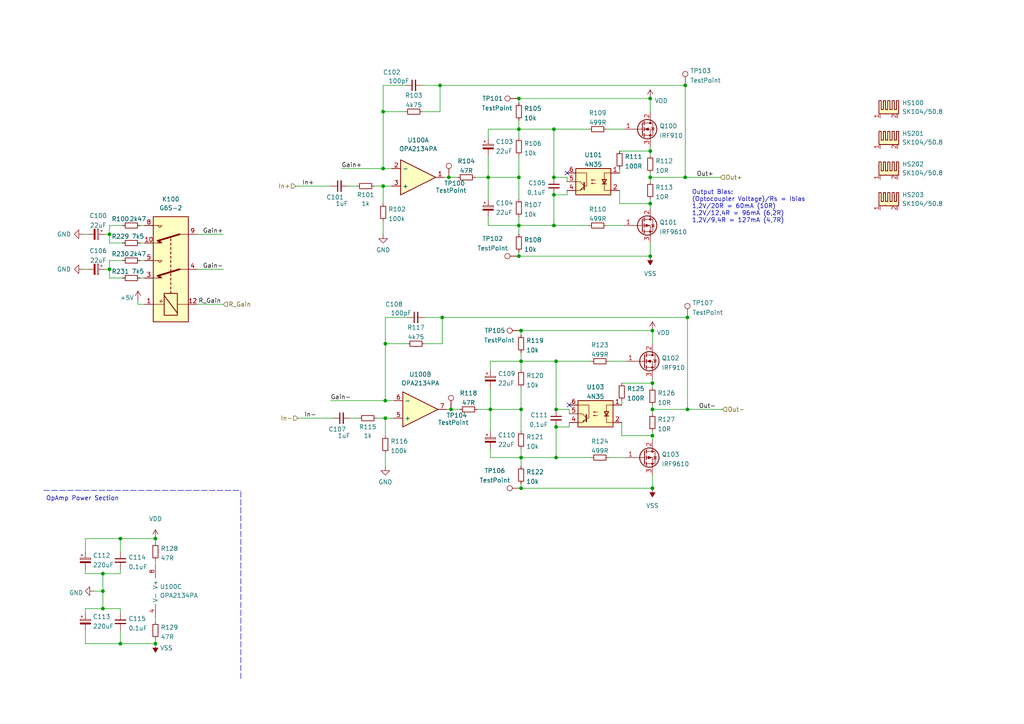
<source format=kicad_sch>
(kicad_sch (version 20211123) (generator eeschema)
  (paper "A4")
  (lib_symbols
    (symbol "Connector:TestPoint" (pin_numbers hide) (pin_names (offset 0.762) hide)
      (property "Reference" "TP" (at 0 6.858 0))
      (property "Value" "TestPoint" (at 0 5.08 0))
      (symbol "TestPoint_0_1"
        (circle (center 0 3.302) (radius 0.762))
      )
      (symbol "TestPoint_1_1"
        (pin passive line (at 0 0 90) (length 2.54) (name "1") (number "1"))
      )
    )
    (symbol "Device:C_Polarized_Small" (pin_numbers hide) (pin_names (offset 0.254) hide)
      (property "Reference" "C" (at 0.254 1.778 0))
      (property "Value" "C_Polarized_Small" (at 0.254 -2.032 0))
      (symbol "C_Polarized_Small_0_1"
        (rectangle (start -1.524 -0.3048) (end 1.524 -0.6858) (fill (type outline)))
        (rectangle (start -1.524 0.6858) (end 1.524 0.3048))
        (polyline (pts (xy -1.27 1.524) (xy -0.762 1.524)))
        (polyline (pts (xy -1.016 1.27) (xy -1.016 1.778)))
      )
      (symbol "C_Polarized_Small_1_1"
        (pin passive line (at 0 2.54 270) (length 1.8542) (name "~") (number "1"))
        (pin passive line (at 0 -2.54 90) (length 1.8542) (name "~") (number "2"))
      )
    )
    (symbol "Device:C_Small" (pin_numbers hide) (pin_names (offset 0.254) hide)
      (property "Reference" "C" (at 0.254 1.778 0))
      (property "Value" "C_Small" (at 0.254 -2.032 0))
      (symbol "C_Small_0_1"
        (polyline (pts (xy -1.524 -0.508) (xy 1.524 -0.508)) (stroke (width 0.3302)))
        (polyline (pts (xy -1.524 0.508) (xy 1.524 0.508)) (stroke (width 0.3048)))
      )
      (symbol "C_Small_1_1"
        (pin passive line (at 0 2.54 270) (length 2.032) (name "~") (number "1"))
        (pin passive line (at 0 -2.54 90) (length 2.032) (name "~") (number "2"))
      )
    )
    (symbol "Device:Opamp_Dual"
      (property "Reference" "U" (at 0 5.08 0))
      (property "Value" "Opamp_Dual" (at 0 -5.08 0))
      (symbol "Opamp_Dual_1_1"
        (polyline (pts (xy -5.08 5.08) (xy 5.08 0) (xy -5.08 -5.08) (xy -5.08 5.08)) (stroke (width 0.254)) (fill (type background)))
        (pin output line (at 7.62 0 180) (length 2.54) (name "~") (number "1"))
        (pin input line (at -7.62 -2.54 0) (length 2.54) (name "-") (number "2"))
        (pin input line (at -7.62 2.54 0) (length 2.54) (name "+") (number "3"))
      )
      (symbol "Opamp_Dual_2_1"
        (polyline (pts (xy -5.08 5.08) (xy 5.08 0) (xy -5.08 -5.08) (xy -5.08 5.08)) (stroke (width 0.254)) (fill (type background)))
        (pin input line (at -7.62 2.54 0) (length 2.54) (name "+") (number "5"))
        (pin input line (at -7.62 -2.54 0) (length 2.54) (name "-") (number "6"))
        (pin output line (at 7.62 0 180) (length 2.54) (name "~") (number "7"))
      )
      (symbol "Opamp_Dual_3_1"
        (pin power_in line (at -2.54 -7.62 90) (length 3.81) (name "V-") (number "4"))
        (pin power_in line (at -2.54 7.62 270) (length 3.81) (name "V+") (number "8"))
      )
    )
    (symbol "Device:Q_NMOS_GDS" (pin_names (offset 0) hide)
      (property "Reference" "Q" (at 5.08 1.27 0))
      (property "Value" "Q_NMOS_GDS" (at 5.08 -1.27 0))
      (symbol "Q_NMOS_GDS_0_1"
        (polyline (pts (xy 0.254 0) (xy -2.54 0)))
        (polyline (pts (xy 0.254 1.905) (xy 0.254 -1.905)) (stroke (width 0.254)))
        (polyline (pts (xy 0.762 -1.27) (xy 0.762 -2.286)) (stroke (width 0.254)))
        (polyline (pts (xy 0.762 0.508) (xy 0.762 -0.508)) (stroke (width 0.254)))
        (polyline (pts (xy 0.762 2.286) (xy 0.762 1.27)) (stroke (width 0.254)))
        (polyline (pts (xy 2.54 2.54) (xy 2.54 1.778)))
        (polyline (pts (xy 2.54 -2.54) (xy 2.54 0) (xy 0.762 0)))
        (polyline (pts (xy 0.762 -1.778) (xy 3.302 -1.778) (xy 3.302 1.778) (xy 0.762 1.778)))
        (polyline (pts (xy 1.016 0) (xy 2.032 0.381) (xy 2.032 -0.381) (xy 1.016 0)) (fill (type outline)))
        (polyline (pts (xy 2.794 0.508) (xy 2.921 0.381) (xy 3.683 0.381) (xy 3.81 0.254)))
        (polyline (pts (xy 3.302 0.381) (xy 2.921 -0.254) (xy 3.683 -0.254) (xy 3.302 0.381)))
        (circle (center 1.651 0) (radius 2.794) (stroke (width 0.254)))
        (circle (center 2.54 -1.778) (radius 0.254) (fill (type outline)))
        (circle (center 2.54 1.778) (radius 0.254) (fill (type outline)))
      )
      (symbol "Q_NMOS_GDS_1_1"
        (pin input line (at -5.08 0 0) (length 2.54) (name "G") (number "1"))
        (pin passive line (at 2.54 5.08 270) (length 2.54) (name "D") (number "2"))
        (pin passive line (at 2.54 -5.08 90) (length 2.54) (name "S") (number "3"))
      )
    )
    (symbol "Device:Q_PMOS_GDS" (pin_names (offset 0) hide)
      (property "Reference" "Q" (at 5.08 1.27 0))
      (property "Value" "Q_PMOS_GDS" (at 5.08 -1.27 0))
      (symbol "Q_PMOS_GDS_0_1"
        (polyline (pts (xy 0.254 0) (xy -2.54 0)))
        (polyline (pts (xy 0.254 1.905) (xy 0.254 -1.905)) (stroke (width 0.254)))
        (polyline (pts (xy 0.762 -1.27) (xy 0.762 -2.286)) (stroke (width 0.254)))
        (polyline (pts (xy 0.762 0.508) (xy 0.762 -0.508)) (stroke (width 0.254)))
        (polyline (pts (xy 0.762 2.286) (xy 0.762 1.27)) (stroke (width 0.254)))
        (polyline (pts (xy 2.54 2.54) (xy 2.54 1.778)))
        (polyline (pts (xy 2.54 -2.54) (xy 2.54 0) (xy 0.762 0)))
        (polyline (pts (xy 0.762 1.778) (xy 3.302 1.778) (xy 3.302 -1.778) (xy 0.762 -1.778)))
        (polyline (pts (xy 2.286 0) (xy 1.27 0.381) (xy 1.27 -0.381) (xy 2.286 0)) (fill (type outline)))
        (polyline (pts (xy 2.794 -0.508) (xy 2.921 -0.381) (xy 3.683 -0.381) (xy 3.81 -0.254)))
        (polyline (pts (xy 3.302 -0.381) (xy 2.921 0.254) (xy 3.683 0.254) (xy 3.302 -0.381)))
        (circle (center 1.651 0) (radius 2.794) (stroke (width 0.254)))
        (circle (center 2.54 -1.778) (radius 0.254) (fill (type outline)))
        (circle (center 2.54 1.778) (radius 0.254) (fill (type outline)))
      )
      (symbol "Q_PMOS_GDS_1_1"
        (pin input line (at -5.08 0 0) (length 2.54) (name "G") (number "1"))
        (pin passive line (at 2.54 5.08 270) (length 2.54) (name "D") (number "2"))
        (pin passive line (at 2.54 -5.08 90) (length 2.54) (name "S") (number "3"))
      )
    )
    (symbol "Device:R_Small" (pin_numbers hide) (pin_names (offset 0.254) hide)
      (property "Reference" "R" (at 0.762 0.508 0))
      (property "Value" "R_Small" (at 0.762 -1.016 0))
      (symbol "R_Small_0_1"
        (rectangle (start -0.762 1.778) (end 0.762 -1.778) (stroke (width 0.2032)))
      )
      (symbol "R_Small_1_1"
        (pin passive line (at 0 2.54 270) (length 0.762) (name "~") (number "1"))
        (pin passive line (at 0 -2.54 90) (length 0.762) (name "~") (number "2"))
      )
    )
    (symbol "Isolator:4N35" (pin_names (offset 1.016))
      (property "Reference" "U" (at -5.08 5.08 0))
      (property "Value" "4N35" (at 0 5.08 0))
      (symbol "4N35_0_1"
        (rectangle (start -5.08 3.81) (end 5.08 -3.81) (stroke (width 0.254)) (fill (type background)))
        (polyline (pts (xy -3.81 -0.635) (xy -2.54 -0.635)) (stroke (width 0.254)))
        (polyline (pts (xy 2.667 -1.397) (xy 3.81 -2.54)))
        (polyline (pts (xy 2.667 -1.143) (xy 3.81 0)))
        (polyline (pts (xy 3.81 -2.54) (xy 5.08 -2.54)))
        (polyline (pts (xy 3.81 0) (xy 5.08 0)))
        (polyline (pts (xy 2.667 -0.254) (xy 2.667 -2.286) (xy 2.667 -2.286)) (stroke (width 0.3556)))
        (polyline (pts (xy -5.08 -2.54) (xy -3.175 -2.54) (xy -3.175 2.54) (xy -5.08 2.54)))
        (polyline (pts (xy -3.175 -0.635) (xy -3.81 0.635) (xy -2.54 0.635) (xy -3.175 -0.635)) (stroke (width 0.254)))
        (polyline (pts (xy 3.683 -2.413) (xy 3.429 -1.905) (xy 3.175 -2.159) (xy 3.683 -2.413)))
        (polyline (pts (xy 5.08 2.54) (xy 1.905 2.54) (xy 1.905 -1.27) (xy 2.54 -1.27)))
        (polyline (pts (xy -0.635 -0.508) (xy 0.635 -0.508) (xy 0.254 -0.635) (xy 0.254 -0.381) (xy 0.635 -0.508)))
        (polyline (pts (xy -0.635 0.508) (xy 0.635 0.508) (xy 0.254 0.381) (xy 0.254 0.635) (xy 0.635 0.508)))
      )
      (symbol "4N35_1_1"
        (pin passive line (at -7.62 2.54 0) (length 2.54) (name "~") (number "1"))
        (pin passive line (at -7.62 -2.54 0) (length 2.54) (name "~") (number "2"))
        (pin no_connect line (at -5.08 0 0) (length 2.54) hide (name "NC") (number "3"))
        (pin passive line (at 7.62 -2.54 180) (length 2.54) (name "~") (number "4"))
        (pin passive line (at 7.62 0 180) (length 2.54) (name "~") (number "5"))
        (pin passive line (at 7.62 2.54 180) (length 2.54) (name "~") (number "6"))
      )
    )
    (symbol "Mechanical:Heatsink_Pad_2Pin" (pin_names (offset 0))
      (property "Reference" "HS" (at 0 5.715 0))
      (property "Value" "Heatsink_Pad_2Pin" (at 0 3.81 0))
      (symbol "Heatsink_Pad_2Pin_0_1"
        (polyline (pts (xy -0.3302 0) (xy -0.9652 0) (xy -0.9652 2.54) (xy -1.6002 2.54) (xy -1.6002 0) (xy -2.2352 0) (xy -2.2352 2.54) (xy -2.8702 2.54) (xy -2.8702 -1.27) (xy -0.9652 -1.27)) (stroke (width 0.254)) (fill (type background)))
        (polyline (pts (xy -0.3302 0) (xy -0.3302 2.54) (xy 0.3048 2.54) (xy 0.3048 0) (xy 0.9398 0) (xy 0.9398 2.54) (xy 1.5748 2.54) (xy 1.5748 0) (xy 2.2098 0) (xy 2.2098 2.54) (xy 2.8448 2.54) (xy 2.8448 -1.27) (xy -0.9652 -1.27)) (stroke (width 0.254)) (fill (type background)))
      )
      (symbol "Heatsink_Pad_2Pin_1_1"
        (pin passive line (at -2.54 -2.54 90) (length 1.27) (name "~") (number "1"))
        (pin passive line (at 2.54 -2.54 90) (length 1.27) (name "~") (number "2"))
      )
    )
    (symbol "Relay:G6S-2"
      (property "Reference" "K" (at 16.51 3.81 0))
      (property "Value" "G6S-2" (at 16.51 1.27 0))
      (symbol "G6S-2_0_0"
        (text "+" (at -9.271 2.921 0) (effects (font (size 1.27 1.27))))
      )
      (symbol "G6S-2_0_1"
        (rectangle (start -15.24 5.08) (end 15.24 -5.08) (stroke (width 0.254)) (fill (type background)))
        (rectangle (start -13.335 1.905) (end -6.985 -1.905) (stroke (width 0.254)))
        (polyline (pts (xy -12.7 -1.905) (xy -7.62 1.905)) (stroke (width 0.254)))
        (polyline (pts (xy -10.16 -5.08) (xy -10.16 -1.905)))
        (polyline (pts (xy -10.16 5.08) (xy -10.16 1.905)))
        (polyline (pts (xy -6.985 0) (xy -6.35 0)) (stroke (width 0.254)))
        (polyline (pts (xy -5.715 0) (xy -5.08 0)) (stroke (width 0.254)))
        (polyline (pts (xy -4.445 0) (xy -3.81 0)) (stroke (width 0.254)))
        (polyline (pts (xy -3.175 0) (xy -2.54 0)) (stroke (width 0.254)))
        (polyline (pts (xy -1.905 0) (xy -1.27 0)) (stroke (width 0.254)))
        (polyline (pts (xy -0.635 0) (xy 0 0)) (stroke (width 0.254)))
        (polyline (pts (xy 0 -2.54) (xy -1.905 3.81)) (stroke (width 0.508)))
        (polyline (pts (xy 0 -2.54) (xy 0 -5.08)))
        (polyline (pts (xy 0.635 0) (xy 1.27 0)) (stroke (width 0.254)))
        (polyline (pts (xy 1.905 0) (xy 2.54 0)) (stroke (width 0.254)))
        (polyline (pts (xy 3.175 0) (xy 3.81 0)) (stroke (width 0.254)))
        (polyline (pts (xy 4.445 0) (xy 5.08 0)) (stroke (width 0.254)))
        (polyline (pts (xy 5.715 0) (xy 6.35 0)) (stroke (width 0.254)))
        (polyline (pts (xy 6.985 0) (xy 7.62 0)) (stroke (width 0.254)))
        (polyline (pts (xy 8.255 0) (xy 8.89 0)) (stroke (width 0.254)))
        (polyline (pts (xy 10.16 -2.54) (xy 8.255 3.81)) (stroke (width 0.508)))
        (polyline (pts (xy 10.16 -2.54) (xy 10.16 -5.08)))
        (polyline (pts (xy -2.54 5.08) (xy -2.54 2.54) (xy -1.905 3.175) (xy -2.54 3.81)) (fill (type outline)))
        (polyline (pts (xy 2.54 5.08) (xy 2.54 2.54) (xy 1.905 3.175) (xy 2.54 3.81)))
        (polyline (pts (xy 7.62 5.08) (xy 7.62 2.54) (xy 8.255 3.175) (xy 7.62 3.81)) (fill (type outline)))
        (polyline (pts (xy 12.7 5.08) (xy 12.7 2.54) (xy 12.065 3.175) (xy 12.7 3.81)))
      )
      (symbol "G6S-2_1_1"
        (pin passive line (at -10.16 7.62 270) (length 2.54) (name "~") (number "1"))
        (pin passive line (at 7.62 7.62 270) (length 2.54) (name "~") (number "10"))
        (pin passive line (at -10.16 -7.62 90) (length 2.54) (name "~") (number "12"))
        (pin passive line (at -2.54 7.62 270) (length 2.54) (name "~") (number "3"))
        (pin passive line (at 0 -7.62 90) (length 2.54) (name "~") (number "4"))
        (pin passive line (at 2.54 7.62 270) (length 2.54) (name "~") (number "5"))
        (pin passive line (at 12.7 7.62 270) (length 2.54) (name "~") (number "8"))
        (pin passive line (at 10.16 -7.62 90) (length 2.54) (name "~") (number "9"))
      )
    )
    (symbol "power:+5V" (power) (pin_names (offset 0))
      (property "Value" "+5V" (at 0 3.556 0))
      (symbol "+5V_0_1"
        (polyline (pts (xy -0.762 1.27) (xy 0 2.54)))
        (polyline (pts (xy 0 0) (xy 0 2.54)))
        (polyline (pts (xy 0 2.54) (xy 0.762 1.27)))
      )
      (symbol "+5V_1_1"
        (pin power_in line (at 0 0 90) (length 0) hide (name "+5V") (number "1"))
      )
    )
    (symbol "power:GND" (power) (pin_names (offset 0))
      (property "Value" "GND" (at 0 -3.81 0))
      (symbol "GND_0_1"
        (polyline (pts (xy 0 0) (xy 0 -1.27) (xy 1.27 -1.27) (xy 0 -2.54) (xy -1.27 -1.27) (xy 0 -1.27)))
      )
      (symbol "GND_1_1"
        (pin power_in line (at 0 0 270) (length 0) hide (name "GND") (number "1"))
      )
    )
    (symbol "power:VDD" (power) (pin_names (offset 0))
      (property "Value" "VDD" (at 0 3.81 0))
      (symbol "VDD_0_1"
        (polyline (pts (xy -0.762 1.27) (xy 0 2.54)))
        (polyline (pts (xy 0 0) (xy 0 2.54)))
        (polyline (pts (xy 0 2.54) (xy 0.762 1.27)))
      )
      (symbol "VDD_1_1"
        (pin power_in line (at 0 0 90) (length 0) hide (name "VDD") (number "1"))
      )
    )
    (symbol "power:VSS" (power) (pin_names (offset 0))
      (property "Value" "VSS" (at 0 3.81 0))
      (symbol "VSS_0_1"
        (polyline (pts (xy 0 0) (xy 0 2.54)))
        (polyline (pts (xy 0.762 1.27) (xy -0.762 1.27) (xy 0 2.54) (xy 0.762 1.27)) (fill (type outline)))
      )
      (symbol "VSS_1_1"
        (pin power_in line (at 0 0 90) (length 0) hide (name "VSS") (number "1"))
      )
    )
  )
  (junction (at 127.635 24.765))
  (junction (at 29.845 171.45))
  (junction (at 161.29 118.745))
  (junction (at 189.23 141.605))
  (junction (at 160.655 65.405))
  (junction (at 150.495 28.575))
  (junction (at 130.175 51.435))
  (junction (at 111.76 121.285))
  (junction (at 111.125 32.385))
  (junction (at 151.13 141.605))
  (junction (at 45.085 156.21))
  (junction (at 150.495 65.405))
  (junction (at 34.925 156.21))
  (junction (at 161.29 123.825))
  (junction (at 111.125 53.975))
  (junction (at 31.75 67.945))
  (junction (at 29.845 176.53))
  (junction (at 150.495 51.435))
  (junction (at 151.13 104.775))
  (junction (at 142.24 118.745))
  (junction (at 31.75 78.105))
  (junction (at 188.595 51.435))
  (junction (at 161.29 132.715))
  (junction (at 29.845 166.37))
  (junction (at 188.595 59.055))
  (junction (at 151.13 132.715))
  (junction (at 34.925 186.69))
  (junction (at 189.23 118.745))
  (junction (at 151.13 118.745))
  (junction (at 111.76 116.205))
  (junction (at 128.27 92.075))
  (junction (at 45.085 186.69))
  (junction (at 198.755 24.765))
  (junction (at 160.655 51.435))
  (junction (at 199.39 92.075))
  (junction (at 198.755 51.435))
  (junction (at 188.595 28.575))
  (junction (at 199.39 118.745))
  (junction (at 160.655 56.515))
  (junction (at 150.495 74.295))
  (junction (at 189.23 126.365))
  (junction (at 130.81 118.745))
  (junction (at 151.13 95.885))
  (junction (at 188.595 74.295))
  (junction (at 111.76 99.695))
  (junction (at 150.495 37.465))
  (junction (at 189.23 95.885))
  (junction (at 188.595 43.815))
  (junction (at 160.655 37.465))
  (junction (at 111.125 48.895))
  (junction (at 141.605 51.435))
  (junction (at 161.29 104.775))
  (junction (at 189.23 111.125))
  (no_connect (at 164.465 50.165))
  (no_connect (at 165.1 117.475))
  (wire (pts (xy 31.75 80.645) (xy 31.75 78.105)))
  (wire (pts (xy 31.75 65.405) (xy 31.75 67.945)))
  (wire (pts (xy 160.655 37.465) (xy 170.815 37.465)))
  (wire (pts (xy 122.555 32.385) (xy 127.635 32.385)))
  (wire (pts (xy 160.655 51.435) (xy 160.655 37.465)))
  (wire (pts (xy 24.765 186.69) (xy 24.765 182.88)))
  (wire (pts (xy 111.125 53.975) (xy 111.125 59.055)))
  (wire (pts (xy 128.27 99.695) (xy 128.27 92.075)))
  (wire (pts (xy 45.085 180.34) (xy 45.085 179.07)))
  (wire (pts (xy 165.1 123.825) (xy 165.1 122.555)))
  (wire (pts (xy 160.655 56.515) (xy 164.465 56.515)))
  (wire (pts (xy 151.13 135.255) (xy 151.13 132.715)))
  (wire (pts (xy 123.19 92.075) (xy 128.27 92.075)))
  (wire (pts (xy 41.91 65.405) (xy 40.64 65.405)))
  (wire (pts (xy 31.75 75.565) (xy 31.75 78.105)))
  (wire (pts (xy 175.895 37.465) (xy 180.975 37.465)))
  (wire (pts (xy 108.585 53.975) (xy 111.125 53.975)))
  (wire (pts (xy 151.13 104.775) (xy 142.24 104.775)))
  (wire (pts (xy 141.605 51.435) (xy 141.605 57.785)))
  (wire (pts (xy 137.795 51.435) (xy 141.605 51.435)))
  (wire (pts (xy 95.885 116.205) (xy 111.76 116.205)))
  (wire (pts (xy 150.495 29.845) (xy 150.495 28.575)))
  (wire (pts (xy 111.76 92.075) (xy 111.76 99.695)))
  (wire (pts (xy 180.34 122.555) (xy 180.34 126.365)))
  (wire (pts (xy 161.29 123.825) (xy 161.29 132.715)))
  (wire (pts (xy 161.29 123.825) (xy 165.1 123.825)))
  (wire (pts (xy 45.085 157.48) (xy 45.085 156.21)))
  (wire (pts (xy 34.925 186.69) (xy 24.765 186.69)))
  (wire (pts (xy 150.495 65.405) (xy 150.495 62.865)))
  (wire (pts (xy 165.1 118.745) (xy 161.29 118.745)))
  (wire (pts (xy 35.56 80.645) (xy 31.75 80.645)))
  (wire (pts (xy 151.13 97.155) (xy 151.13 95.885)))
  (wire (pts (xy 128.27 92.075) (xy 199.39 92.075)))
  (wire (pts (xy 142.24 132.715) (xy 142.24 130.175)))
  (wire (pts (xy 150.495 37.465) (xy 160.655 37.465)))
  (wire (pts (xy 180.34 111.125) (xy 189.23 111.125)))
  (wire (pts (xy 24.765 177.8) (xy 24.765 176.53)))
  (wire (pts (xy 111.125 48.895) (xy 113.665 48.895)))
  (wire (pts (xy 198.755 51.435) (xy 198.755 24.765)))
  (wire (pts (xy 138.43 118.745) (xy 142.24 118.745)))
  (wire (pts (xy 29.845 176.53) (xy 34.925 176.53)))
  (wire (pts (xy 151.13 132.715) (xy 142.24 132.715)))
  (wire (pts (xy 111.125 24.765) (xy 117.475 24.765)))
  (wire (pts (xy 151.13 95.885) (xy 189.23 95.885)))
  (wire (pts (xy 111.76 121.285) (xy 111.76 126.365)))
  (wire (pts (xy 111.125 32.385) (xy 117.475 32.385)))
  (wire (pts (xy 189.23 117.475) (xy 189.23 118.745)))
  (wire (pts (xy 57.15 88.265) (xy 64.77 88.265)))
  (wire (pts (xy 123.19 99.695) (xy 128.27 99.695)))
  (wire (pts (xy 189.23 141.605) (xy 189.23 137.795)))
  (wire (pts (xy 29.845 166.37) (xy 34.925 166.37)))
  (wire (pts (xy 109.22 121.285) (xy 111.76 121.285)))
  (wire (pts (xy 150.495 51.435) (xy 150.495 45.085)))
  (wire (pts (xy 150.495 65.405) (xy 141.605 65.405)))
  (wire (pts (xy 150.495 67.945) (xy 150.495 65.405)))
  (wire (pts (xy 130.81 118.745) (xy 133.35 118.745)))
  (wire (pts (xy 127.635 32.385) (xy 127.635 24.765)))
  (wire (pts (xy 188.595 59.055) (xy 188.595 60.325)))
  (wire (pts (xy 34.925 186.69) (xy 45.085 186.69)))
  (wire (pts (xy 142.24 118.745) (xy 151.13 118.745)))
  (wire (pts (xy 24.13 67.945) (xy 25.4 67.945)))
  (polyline (pts (xy 12.7 142.24) (xy 69.85 142.24)))
  (wire (pts (xy 35.56 75.565) (xy 31.75 75.565)))
  (wire (pts (xy 175.895 65.405) (xy 180.975 65.405)))
  (wire (pts (xy 113.665 53.975) (xy 111.125 53.975)))
  (wire (pts (xy 189.23 95.885) (xy 189.23 99.695)))
  (wire (pts (xy 188.595 57.785) (xy 188.595 59.055)))
  (wire (pts (xy 151.13 132.715) (xy 161.29 132.715)))
  (wire (pts (xy 24.765 176.53) (xy 29.845 176.53)))
  (wire (pts (xy 29.845 171.45) (xy 29.845 176.53)))
  (wire (pts (xy 101.6 121.285) (xy 104.14 121.285)))
  (wire (pts (xy 151.13 104.775) (xy 161.29 104.775)))
  (wire (pts (xy 85.725 53.975) (xy 95.885 53.975)))
  (wire (pts (xy 129.54 118.745) (xy 130.81 118.745)))
  (wire (pts (xy 141.605 51.435) (xy 150.495 51.435)))
  (wire (pts (xy 188.595 50.165) (xy 188.595 51.435)))
  (wire (pts (xy 128.905 51.435) (xy 130.175 51.435)))
  (wire (pts (xy 160.655 65.405) (xy 170.815 65.405)))
  (wire (pts (xy 41.91 70.485) (xy 40.64 70.485)))
  (wire (pts (xy 179.705 59.055) (xy 188.595 59.055)))
  (wire (pts (xy 189.23 141.605) (xy 151.13 141.605)))
  (wire (pts (xy 142.24 104.775) (xy 142.24 107.315)))
  (wire (pts (xy 151.13 125.095) (xy 151.13 118.745)))
  (wire (pts (xy 34.925 176.53) (xy 34.925 177.8)))
  (wire (pts (xy 99.06 48.895) (xy 111.125 48.895)))
  (wire (pts (xy 111.76 92.075) (xy 118.11 92.075)))
  (wire (pts (xy 161.29 132.715) (xy 171.45 132.715)))
  (wire (pts (xy 180.34 117.475) (xy 180.34 116.205)))
  (wire (pts (xy 151.13 141.605) (xy 151.13 140.335)))
  (wire (pts (xy 34.925 166.37) (xy 34.925 165.1)))
  (wire (pts (xy 189.23 118.745) (xy 199.39 118.745)))
  (wire (pts (xy 179.705 50.165) (xy 179.705 48.895)))
  (wire (pts (xy 142.24 118.745) (xy 142.24 125.095)))
  (wire (pts (xy 165.1 120.015) (xy 165.1 118.745)))
  (wire (pts (xy 160.655 56.515) (xy 160.655 65.405)))
  (wire (pts (xy 188.595 51.435) (xy 198.755 51.435)))
  (wire (pts (xy 45.085 163.83) (xy 45.085 162.56)))
  (wire (pts (xy 189.23 111.125) (xy 189.23 109.855)))
  (wire (pts (xy 29.845 166.37) (xy 29.845 171.45)))
  (wire (pts (xy 127.635 24.765) (xy 198.755 24.765)))
  (wire (pts (xy 24.765 166.37) (xy 29.845 166.37)))
  (wire (pts (xy 111.76 116.205) (xy 114.3 116.205)))
  (wire (pts (xy 188.595 51.435) (xy 188.595 52.705)))
  (wire (pts (xy 179.705 43.815) (xy 188.595 43.815)))
  (wire (pts (xy 57.15 78.105) (xy 64.77 78.105)))
  (wire (pts (xy 164.465 56.515) (xy 164.465 55.245)))
  (wire (pts (xy 188.595 74.295) (xy 188.595 70.485)))
  (wire (pts (xy 114.3 121.285) (xy 111.76 121.285)))
  (wire (pts (xy 188.595 74.295) (xy 150.495 74.295)))
  (wire (pts (xy 198.755 51.435) (xy 208.915 51.435)))
  (wire (pts (xy 142.24 112.395) (xy 142.24 118.745)))
  (wire (pts (xy 189.23 118.745) (xy 189.23 120.015)))
  (wire (pts (xy 161.29 104.775) (xy 171.45 104.775)))
  (wire (pts (xy 111.76 99.695) (xy 118.11 99.695)))
  (wire (pts (xy 161.29 118.745) (xy 161.29 104.775)))
  (wire (pts (xy 180.34 126.365) (xy 189.23 126.365)))
  (wire (pts (xy 130.175 51.435) (xy 132.715 51.435)))
  (wire (pts (xy 151.13 132.715) (xy 151.13 130.175)))
  (wire (pts (xy 41.91 75.565) (xy 40.64 75.565)))
  (wire (pts (xy 199.39 118.745) (xy 209.55 118.745)))
  (wire (pts (xy 188.595 43.815) (xy 188.595 45.085)))
  (wire (pts (xy 111.125 64.135) (xy 111.125 67.945)))
  (wire (pts (xy 150.495 40.005) (xy 150.495 37.465)))
  (wire (pts (xy 150.495 37.465) (xy 141.605 37.465)))
  (wire (pts (xy 188.595 43.815) (xy 188.595 42.545)))
  (wire (pts (xy 150.495 57.785) (xy 150.495 51.435)))
  (wire (pts (xy 122.555 24.765) (xy 127.635 24.765)))
  (wire (pts (xy 45.085 186.69) (xy 45.085 185.42)))
  (wire (pts (xy 24.765 156.21) (xy 34.925 156.21)))
  (wire (pts (xy 188.595 28.575) (xy 188.595 32.385)))
  (wire (pts (xy 35.56 70.485) (xy 31.75 70.485)))
  (wire (pts (xy 151.13 118.745) (xy 151.13 112.395)))
  (wire (pts (xy 189.23 125.095) (xy 189.23 126.365)))
  (wire (pts (xy 24.765 165.1) (xy 24.765 166.37)))
  (wire (pts (xy 34.925 156.21) (xy 45.085 156.21)))
  (wire (pts (xy 150.495 74.295) (xy 150.495 73.025)))
  (wire (pts (xy 35.56 65.405) (xy 31.75 65.405)))
  (polyline (pts (xy 69.85 196.85) (xy 69.85 142.24)))
  (wire (pts (xy 189.23 111.125) (xy 189.23 112.395)))
  (wire (pts (xy 141.605 65.405) (xy 141.605 62.865)))
  (wire (pts (xy 41.91 80.645) (xy 40.64 80.645)))
  (wire (pts (xy 40.005 88.265) (xy 41.91 88.265)))
  (wire (pts (xy 27.305 171.45) (xy 29.845 171.45)))
  (wire (pts (xy 151.13 107.315) (xy 151.13 104.775)))
  (wire (pts (xy 189.23 126.365) (xy 189.23 127.635)))
  (wire (pts (xy 150.495 28.575) (xy 188.595 28.575)))
  (wire (pts (xy 100.965 53.975) (xy 103.505 53.975)))
  (wire (pts (xy 111.76 99.695) (xy 111.76 116.205)))
  (wire (pts (xy 176.53 132.715) (xy 181.61 132.715)))
  (wire (pts (xy 40.005 86.995) (xy 40.005 88.265)))
  (wire (pts (xy 34.925 160.02) (xy 34.925 156.21)))
  (wire (pts (xy 111.125 24.765) (xy 111.125 32.385)))
  (wire (pts (xy 31.75 67.945) (xy 30.48 67.945)))
  (wire (pts (xy 199.39 118.745) (xy 199.39 92.075)))
  (wire (pts (xy 151.13 104.775) (xy 151.13 102.235)))
  (wire (pts (xy 34.925 182.88) (xy 34.925 186.69)))
  (wire (pts (xy 179.705 55.245) (xy 179.705 59.055)))
  (wire (pts (xy 31.75 70.485) (xy 31.75 67.945)))
  (wire (pts (xy 164.465 52.705) (xy 164.465 51.435)))
  (wire (pts (xy 150.495 65.405) (xy 160.655 65.405)))
  (wire (pts (xy 111.125 32.385) (xy 111.125 48.895)))
  (wire (pts (xy 111.76 131.445) (xy 111.76 135.255)))
  (wire (pts (xy 24.765 156.21) (xy 24.765 160.02)))
  (wire (pts (xy 164.465 51.435) (xy 160.655 51.435)))
  (wire (pts (xy 86.36 121.285) (xy 96.52 121.285)))
  (wire (pts (xy 31.75 78.105) (xy 30.48 78.105)))
  (wire (pts (xy 57.15 67.945) (xy 64.77 67.945)))
  (wire (pts (xy 24.13 78.105) (xy 25.4 78.105)))
  (wire (pts (xy 141.605 45.085) (xy 141.605 51.435)))
  (wire (pts (xy 176.53 104.775) (xy 181.61 104.775)))
  (wire (pts (xy 141.605 37.465) (xy 141.605 40.005)))
  (wire (pts (xy 150.495 37.465) (xy 150.495 34.925)))
  (text "Output Bias:\n(Optocoupler Voltage)/Rs = Ibias\n1,2V/20R = 60mA (10R)\n1,2V/12,4R = 96mA (6,2R)\n1,2V/9,4R = 127mA (4,7R)" (at 200.66 64.77 0) (effects (font (size 1.27 1.27)) (justify left bottom)))
  (text "OpAmp Power Section" (at 13.335 145.415 0) (effects (font (size 1.27 1.27)) (justify left bottom)))
  (label "Out+" (at 207.01 51.435 180))
  (label "Out-" (at 207.645 118.745 180))
  (label "In-" (at 88.265 121.285 0))
  (label "Gain-" (at 64.77 78.105 180))
  (label "Gain+" (at 99.06 48.895 0))
  (label "R_Gain" (at 64.135 88.265 180))
  (label "In+" (at 87.63 53.975 0))
  (label "Gain+" (at 64.77 67.945 180))
  (label "Gain-" (at 95.885 116.205 0))
  (hierarchical_label "In+" (shape input) (at 85.725 53.975 180))
  (hierarchical_label "In-" (shape input) (at 86.36 121.285 180))
  (hierarchical_label "R_Gain" (shape input) (at 64.77 88.265 0))
  (hierarchical_label "Out+" (shape input) (at 208.915 51.435 0))
  (hierarchical_label "Out-" (shape input) (at 209.55 118.745 0))
  (symbol (lib_id "Device:Q_NMOS_GDS") (at 186.69 104.775 0) (unit 1)
    (property "Reference" "Q102" (at 191.897 103.8665 0) (effects (justify left)))
    (property "Value" "IRF910" (at 191.897 106.6416 0) (effects (justify left)))
  )
  (symbol (lib_id "Device:C_Small") (at 160.655 53.975 0) (mirror y) (unit 1)
    (property "Reference" "C105" (at 158.3309 53.0728 0) (effects (justify left)))
    (property "Value" "0,1uF" (at 158.3309 55.8479 0) (effects (justify left)))
  )
  (symbol (lib_id "power:VSS") (at 188.595 74.295 180) (unit 1)
    (property "Reference" "#PWR0103" (effects hide))
    (property "Value" "VSS" (at 188.595 79.375 0))
  )
  (symbol (lib_id "Connector:TestPoint") (at 198.755 24.765 0) (unit 1)
    (property "Reference" "TP103" (at 200.152 20.5545 0) (effects (justify left)))
    (property "Value" "TestPoint" (at 200.152 23.3296 0) (effects (justify left)))
  )
  (symbol (lib_id "Device:R_Small") (at 150.495 32.385 0) (unit 1)
    (property "Reference" "R105" (at 151.9936 31.4765 0) (effects (justify left)))
    (property "Value" "10k" (at 151.9936 34.2516 0) (effects (justify left)))
  )
  (symbol (lib_id "Device:C_Small") (at 161.29 121.285 0) (mirror y) (unit 1)
    (property "Reference" "C111" (at 158.9659 120.3828 0) (effects (justify left)))
    (property "Value" "0,1uF" (at 158.9659 123.1579 0) (effects (justify left)))
  )
  (symbol (lib_id "Isolator:4N35") (at 172.085 52.705 0) (mirror y) (unit 1)
    (property "Reference" "U101" (at 172.085 44.9285 0))
    (property "Value" "4N35" (at 172.085 47.7036 0))
    (property "Footprint" "Package_DIP:DIP-6_W7.62mm" (effects hide))
    (property "Datasheet" "https://www.vishay.com/docs/81181/4n35.pdf" (effects hide))
  )
  (symbol (lib_id "Device:R_Small") (at 189.23 114.935 180) (unit 1)
    (property "Reference" "R126" (at 190.7286 114.0265 0) (effects (justify right)))
    (property "Value" "10R" (at 190.7286 116.8016 0) (effects (justify right)))
  )
  (symbol (lib_id "Device:Q_NMOS_GDS") (at 186.055 37.465 0) (unit 1)
    (property "Reference" "Q100" (at 191.262 36.5565 0) (effects (justify left)))
    (property "Value" "IRF910" (at 191.262 39.3316 0) (effects (justify left)))
  )
  (symbol (lib_id "Device:R_Small") (at 45.085 182.88 0) (unit 1)
    (property "Reference" "R129" (at 46.5836 181.9715 0) (effects (justify left)))
    (property "Value" "47R" (at 46.5836 184.7466 0) (effects (justify left)))
  )
  (symbol (lib_id "Device:R_Small") (at 173.99 104.775 90) (unit 1)
    (property "Reference" "R123" (at 173.99 100.0719 90))
    (property "Value" "499R" (at 173.99 102.847 90))
  )
  (symbol (lib_id "Device:R_Small") (at 150.495 42.545 0) (unit 1)
    (property "Reference" "R106" (at 151.9936 41.6365 0) (effects (justify left)))
    (property "Value" "10k" (at 151.9936 44.4116 0) (effects (justify left)))
  )
  (symbol (lib_id "Device:Q_PMOS_GDS") (at 186.69 132.715 0) (unit 1)
    (property "Reference" "Q103" (at 191.897 131.8065 0) (effects (justify left)))
    (property "Value" "IRF9610" (at 191.897 134.5816 0) (effects (justify left)))
  )
  (symbol (lib_id "Device:R_Small") (at 38.1 80.645 90) (mirror x) (unit 1)
    (property "Reference" "R231" (at 34.925 78.74 90))
    (property "Value" "7k5" (at 40.005 78.717 90))
  )
  (symbol (lib_id "Device:Opamp_Dual") (at 47.625 171.45 0) (unit 3)
    (property "Reference" "U100" (at 46.355 170.1799 0) (effects (justify left)))
    (property "Value" "OPA2134PA" (at 46.355 172.7199 0) (effects (justify left)))
  )
  (symbol (lib_id "Device:C_Polarized_Small") (at 141.605 60.325 0) (unit 1)
    (property "Reference" "C104" (at 143.764 58.8704 0) (effects (justify left)))
    (property "Value" "22uF" (at 143.764 61.6455 0) (effects (justify left)))
  )
  (symbol (lib_id "Mechanical:Heatsink_Pad_2Pin") (at 257.81 31.75 0) (unit 1)
    (property "Reference" "HS100" (at 261.62 29.8449 0) (effects (justify left)))
    (property "Value" "SK104/50.8" (at 261.62 32.3849 0) (effects (justify left)))
    (property "Footprint" "Heatsink:Heatsink_Fischer_SK104-STC-STIC_35x13mm_2xDrill2.5mm" (effects hide))
  )
  (symbol (lib_id "Device:R_Small") (at 188.595 47.625 180) (unit 1)
    (property "Reference" "R112" (at 190.0936 46.7165 0) (effects (justify right)))
    (property "Value" "10R" (at 190.0936 49.4916 0) (effects (justify right)))
  )
  (symbol (lib_id "Connector:TestPoint") (at 130.175 51.435 0) (unit 1)
    (property "Reference" "TP100" (at 128.8093 53.1734 0) (effects (justify left)))
    (property "Value" "TestPoint" (at 126.365 55.245 0) (effects (justify left)))
  )
  (symbol (lib_id "Device:R_Small") (at 38.1 75.565 90) (mirror x) (unit 1)
    (property "Reference" "R230" (at 34.925 73.66 90))
    (property "Value" "2k47" (at 40.005 73.66 90))
  )
  (symbol (lib_id "Device:C_Polarized_Small") (at 27.94 78.105 270) (unit 1)
    (property "Reference" "C106" (at 28.4861 72.7415 90))
    (property "Value" "22uF" (at 28.4861 75.5166 90))
  )
  (symbol (lib_id "Device:C_Small") (at 120.015 24.765 90) (unit 1)
    (property "Reference" "C102" (at 116.205 20.955 90) (effects (justify left)))
    (property "Value" "100pF" (at 118.745 23.495 90) (effects (justify left)))
  )
  (symbol (lib_id "Device:R_Small") (at 180.34 113.665 180) (unit 1)
    (property "Reference" "R125" (at 181.8386 112.7565 0) (effects (justify right)))
    (property "Value" "100R" (at 181.8386 115.5316 0) (effects (justify right)))
  )
  (symbol (lib_id "Device:C_Small") (at 34.925 180.34 0) (unit 1)
    (property "Reference" "C115" (at 37.2491 179.4378 0) (effects (justify left)))
    (property "Value" "0.1uF" (at 37.2491 182.2129 0) (effects (justify left)))
  )
  (symbol (lib_id "Device:R_Small") (at 189.23 122.555 180) (unit 1)
    (property "Reference" "R127" (at 190.7286 121.6465 0) (effects (justify right)))
    (property "Value" "10R" (at 190.7286 124.4216 0) (effects (justify right)))
  )
  (symbol (lib_id "Mechanical:Heatsink_Pad_2Pin") (at 257.81 40.64 0) (unit 1)
    (property "Reference" "HS201" (at 261.62 38.7349 0) (effects (justify left)))
    (property "Value" "SK104/50.8" (at 261.62 41.2749 0) (effects (justify left)))
    (property "Footprint" "Heatsink:Heatsink_Fischer_SK104-STC-STIC_35x13mm_2xDrill2.5mm" (effects hide))
  )
  (symbol (lib_id "power:VDD") (at 189.23 95.885 0) (unit 1)
    (property "Reference" "#PWR0106" (effects hide))
    (property "Value" "VDD" (at 192.405 96.52 0))
  )
  (symbol (lib_id "Device:R_Small") (at 106.68 121.285 90) (mirror x) (unit 1)
    (property "Reference" "R115" (at 106.68 123.825 90))
    (property "Value" "1k" (at 106.68 126.365 90))
  )
  (symbol (lib_id "Device:Opamp_Dual") (at 121.92 118.745 0) (mirror x) (unit 2)
    (property "Reference" "U100" (at 121.92 108.585 0))
    (property "Value" "OPA2134PA" (at 121.92 111.125 0))
  )
  (symbol (lib_id "power:VDD") (at 188.595 28.575 0) (unit 1)
    (property "Reference" "#PWR0102" (effects hide))
    (property "Value" "VDD" (at 191.77 29.21 0))
  )
  (symbol (lib_id "Connector:TestPoint") (at 130.81 118.745 0) (unit 1)
    (property "Reference" "TP104" (at 129.4443 120.4834 0) (effects (justify left)))
    (property "Value" "TestPoint" (at 127 122.555 0) (effects (justify left)))
  )
  (symbol (lib_id "Connector:TestPoint") (at 199.39 92.075 0) (unit 1)
    (property "Reference" "TP107" (at 200.787 87.8645 0) (effects (justify left)))
    (property "Value" "TestPoint" (at 200.787 90.6396 0) (effects (justify left)))
  )
  (symbol (lib_id "Device:R_Small") (at 150.495 60.325 0) (unit 1)
    (property "Reference" "R107" (at 151.9936 59.4165 0) (effects (justify left)))
    (property "Value" "10k" (at 151.9936 62.1916 0) (effects (justify left)))
  )
  (symbol (lib_id "Device:R_Small") (at 135.255 51.435 270) (unit 1)
    (property "Reference" "R104" (at 135.255 46.7319 90))
    (property "Value" "47R" (at 135.255 49.507 90))
  )
  (symbol (lib_id "Device:C_Polarized_Small") (at 141.605 42.545 0) (unit 1)
    (property "Reference" "C103" (at 143.764 41.0904 0) (effects (justify left)))
    (property "Value" "22uF" (at 143.764 43.8655 0) (effects (justify left)))
  )
  (symbol (lib_id "Device:R_Small") (at 173.355 65.405 90) (unit 1)
    (property "Reference" "R110" (at 173.355 60.7019 90))
    (property "Value" "499R" (at 173.355 63.477 90))
  )
  (symbol (lib_id "Device:R_Small") (at 151.13 109.855 0) (unit 1)
    (property "Reference" "R120" (at 152.6286 108.9465 0) (effects (justify left)))
    (property "Value" "10k" (at 152.6286 111.7216 0) (effects (justify left)))
  )
  (symbol (lib_id "Device:R_Small") (at 120.65 99.695 270) (unit 1)
    (property "Reference" "R117" (at 120.65 94.9919 90))
    (property "Value" "4k75" (at 120.65 97.767 90))
  )
  (symbol (lib_id "Device:R_Small") (at 179.705 46.355 180) (unit 1)
    (property "Reference" "R111" (at 181.2036 45.4465 0) (effects (justify right)))
    (property "Value" "100R" (at 181.2036 48.2216 0) (effects (justify right)))
  )
  (symbol (lib_id "Device:C_Small") (at 98.425 53.975 90) (unit 1)
    (property "Reference" "C101" (at 99.7577 57.2063 90) (effects (justify left)))
    (property "Value" "1uF" (at 100.965 59.055 90) (effects (justify left)))
  )
  (symbol (lib_id "Relay:G6S-2") (at 49.53 78.105 90) (unit 1)
    (property "Reference" "K100" (at 49.53 57.785 90))
    (property "Value" "G6S-2" (at 49.53 60.325 90))
    (property "Datasheet" "http://omronfs.omron.com/en_US/ecb/products/pdf/en-g6s.pdf" (effects hide))
  )
  (symbol (lib_id "Connector:TestPoint") (at 151.13 141.605 90) (unit 1)
    (property "Reference" "TP106" (at 143.51 136.525 90))
    (property "Value" "TestPoint" (at 143.51 139.3001 90))
  )
  (symbol (lib_id "Mechanical:Heatsink_Pad_2Pin") (at 257.81 49.53 0) (unit 1)
    (property "Reference" "HS202" (at 261.62 47.6249 0) (effects (justify left)))
    (property "Value" "SK104/50.8" (at 261.62 50.1649 0) (effects (justify left)))
    (property "Footprint" "Heatsink:Heatsink_Fischer_SK104-STC-STIC_35x13mm_2xDrill2.5mm" (effects hide))
  )
  (symbol (lib_id "Device:R_Small") (at 38.1 70.485 90) (mirror x) (unit 1)
    (property "Reference" "R229" (at 34.925 68.58 90))
    (property "Value" "7k5" (at 40.005 68.557 90))
  )
  (symbol (lib_id "Device:R_Small") (at 106.045 53.975 90) (mirror x) (unit 1)
    (property "Reference" "R101" (at 106.045 56.515 90))
    (property "Value" "1k" (at 106.045 59.055 90))
  )
  (symbol (lib_id "Device:R_Small") (at 173.99 132.715 90) (unit 1)
    (property "Reference" "R124" (at 173.99 128.0119 90))
    (property "Value" "499R" (at 173.99 130.787 90))
  )
  (symbol (lib_id "Device:C_Small") (at 120.65 92.075 90) (unit 1)
    (property "Reference" "C108" (at 116.84 88.265 90) (effects (justify left)))
    (property "Value" "100pF" (at 119.38 90.805 90) (effects (justify left)))
  )
  (symbol (lib_id "Device:R_Small") (at 188.595 55.245 180) (unit 1)
    (property "Reference" "R113" (at 190.0936 54.3365 0) (effects (justify right)))
    (property "Value" "10R" (at 190.0936 57.1116 0) (effects (justify right)))
  )
  (symbol (lib_id "Device:C_Polarized_Small") (at 24.765 180.34 0) (unit 1)
    (property "Reference" "C113" (at 26.924 178.8854 0) (effects (justify left)))
    (property "Value" "220uF" (at 26.924 181.6605 0) (effects (justify left)))
  )
  (symbol (lib_id "Device:R_Small") (at 38.1 65.405 90) (mirror x) (unit 1)
    (property "Reference" "R100" (at 34.925 63.5 90))
    (property "Value" "2k47" (at 40.005 63.5 90))
  )
  (symbol (lib_id "power:GND") (at 24.13 78.105 270) (unit 1)
    (property "Reference" "#PWR0104" (effects hide))
    (property "Value" "GND" (at 16.51 78.105 90) (effects (justify left)))
  )
  (symbol (lib_id "Connector:TestPoint") (at 150.495 28.575 90) (unit 1)
    (property "Reference" "TP101" (at 142.875 28.575 90))
    (property "Value" "TestPoint" (at 144.145 31.3501 90))
  )
  (symbol (lib_id "power:+5V") (at 40.005 86.995 0) (unit 1)
    (property "Reference" "#PWR0111" (effects hide))
    (property "Value" "+5V" (at 36.83 86.36 0))
  )
  (symbol (lib_id "Connector:TestPoint") (at 150.495 74.295 90) (unit 1)
    (property "Reference" "TP102" (at 142.875 69.215 90))
    (property "Value" "TestPoint" (at 142.875 71.9901 90))
  )
  (symbol (lib_id "Device:R_Small") (at 120.015 32.385 270) (unit 1)
    (property "Reference" "R103" (at 120.015 27.6819 90))
    (property "Value" "4k75" (at 120.015 30.457 90))
  )
  (symbol (lib_id "power:GND") (at 111.125 67.945 0) (unit 1)
    (property "Reference" "#PWR0101" (effects hide))
    (property "Value" "GND" (at 111.125 72.5075 0))
  )
  (symbol (lib_id "Device:C_Polarized_Small") (at 142.24 127.635 0) (unit 1)
    (property "Reference" "C110" (at 144.399 126.1804 0) (effects (justify left)))
    (property "Value" "22uF" (at 144.399 128.9555 0) (effects (justify left)))
  )
  (symbol (lib_id "Device:R_Small") (at 150.495 70.485 0) (unit 1)
    (property "Reference" "R108" (at 151.9936 69.5765 0) (effects (justify left)))
    (property "Value" "10k" (at 151.9936 72.3516 0) (effects (justify left)))
  )
  (symbol (lib_id "power:GND") (at 111.76 135.255 0) (unit 1)
    (property "Reference" "#PWR0105" (effects hide))
    (property "Value" "GND" (at 111.76 139.8175 0))
  )
  (symbol (lib_id "power:GND") (at 27.305 171.45 270) (mirror x) (unit 1)
    (property "Reference" "#PWR0108" (effects hide))
    (property "Value" "GND" (at 24.1301 171.929 90) (effects (justify right)))
  )
  (symbol (lib_id "power:VDD") (at 45.085 156.21 0) (unit 1)
    (property "Reference" "#PWR?" (effects hide))
    (property "Value" "VDD" (at 45.085 150.495 0))
  )
  (symbol (lib_id "Device:R_Small") (at 111.76 128.905 0) (unit 1)
    (property "Reference" "R116" (at 113.2586 127.9965 0) (effects (justify left)))
    (property "Value" "100k" (at 113.2586 130.7716 0) (effects (justify left)))
  )
  (symbol (lib_id "Device:Q_PMOS_GDS") (at 186.055 65.405 0) (unit 1)
    (property "Reference" "Q101" (at 191.262 64.4965 0) (effects (justify left)))
    (property "Value" "IRF9610" (at 191.262 67.2716 0) (effects (justify left)))
  )
  (symbol (lib_id "Device:R_Small") (at 151.13 99.695 0) (unit 1)
    (property "Reference" "R119" (at 152.6286 98.7865 0) (effects (justify left)))
    (property "Value" "10k" (at 152.6286 101.5616 0) (effects (justify left)))
  )
  (symbol (lib_id "Device:R_Small") (at 111.125 61.595 0) (unit 1)
    (property "Reference" "R102" (at 112.6236 60.6865 0) (effects (justify left)))
    (property "Value" "100k" (at 112.6236 63.4616 0) (effects (justify left)))
  )
  (symbol (lib_id "Isolator:4N35") (at 172.72 120.015 0) (mirror y) (unit 1)
    (property "Reference" "U103" (at 172.72 112.2385 0))
    (property "Value" "4N35" (at 172.72 115.0136 0))
    (property "Footprint" "Package_DIP:DIP-6_W7.62mm" (effects hide))
    (property "Datasheet" "https://www.vishay.com/docs/81181/4n35.pdf" (effects hide))
  )
  (symbol (lib_id "Device:C_Polarized_Small") (at 24.765 162.56 0) (unit 1)
    (property "Reference" "C112" (at 26.924 161.1054 0) (effects (justify left)))
    (property "Value" "220uF" (at 26.924 163.8805 0) (effects (justify left)))
  )
  (symbol (lib_id "power:GND") (at 24.13 67.945 270) (unit 1)
    (property "Reference" "#PWR0100" (effects hide))
    (property "Value" "GND" (at 16.51 67.945 90) (effects (justify left)))
  )
  (symbol (lib_id "Device:C_Polarized_Small") (at 142.24 109.855 0) (unit 1)
    (property "Reference" "C109" (at 144.399 108.4004 0) (effects (justify left)))
    (property "Value" "22uF" (at 144.399 111.1755 0) (effects (justify left)))
  )
  (symbol (lib_id "Device:R_Small") (at 45.085 160.02 0) (unit 1)
    (property "Reference" "R128" (at 46.5836 159.1115 0) (effects (justify left)))
    (property "Value" "47R" (at 46.5836 161.8866 0) (effects (justify left)))
  )
  (symbol (lib_id "Device:C_Polarized_Small") (at 27.94 67.945 270) (unit 1)
    (property "Reference" "C100" (at 28.4861 62.5815 90))
    (property "Value" "22uF" (at 28.4861 65.3566 90))
  )
  (symbol (lib_id "power:VSS") (at 189.23 141.605 180) (unit 1)
    (property "Reference" "#PWR0107" (effects hide))
    (property "Value" "VSS" (at 189.23 146.685 0))
  )
  (symbol (lib_id "Device:R_Small") (at 135.89 118.745 270) (unit 1)
    (property "Reference" "R118" (at 135.89 114.0419 90))
    (property "Value" "47R" (at 135.89 116.817 90))
  )
  (symbol (lib_id "Device:Opamp_Dual") (at 121.285 51.435 0) (mirror x) (unit 1)
    (property "Reference" "U100" (at 121.285 40.64 0))
    (property "Value" "OPA2134PA" (at 121.285 43.18 0))
  )
  (symbol (lib_id "Device:R_Small") (at 173.355 37.465 90) (unit 1)
    (property "Reference" "R109" (at 173.355 32.7619 90))
    (property "Value" "499R" (at 173.355 35.537 90))
  )
  (symbol (lib_id "Device:R_Small") (at 151.13 127.635 0) (unit 1)
    (property "Reference" "R121" (at 152.6286 126.7265 0) (effects (justify left)))
    (property "Value" "10k" (at 152.6286 129.5016 0) (effects (justify left)))
  )
  (symbol (lib_id "Mechanical:Heatsink_Pad_2Pin") (at 257.81 58.42 0) (unit 1)
    (property "Reference" "HS203" (at 261.62 56.5149 0) (effects (justify left)))
    (property "Value" "SK104/50.8" (at 261.62 59.0549 0) (effects (justify left)))
    (property "Footprint" "Heatsink:Heatsink_Fischer_SK104-STC-STIC_35x13mm_2xDrill2.5mm" (effects hide))
  )
  (symbol (lib_id "Device:R_Small") (at 151.13 137.795 0) (unit 1)
    (property "Reference" "R122" (at 152.6286 136.8865 0) (effects (justify left)))
    (property "Value" "10k" (at 152.6286 139.6616 0) (effects (justify left)))
  )
  (symbol (lib_id "Connector:TestPoint") (at 151.13 95.885 90) (unit 1)
    (property "Reference" "TP105" (at 143.51 95.885 90))
    (property "Value" "TestPoint" (at 144.78 98.6601 90))
  )
  (symbol (lib_id "Device:C_Small") (at 34.925 162.56 0) (unit 1)
    (property "Reference" "C114" (at 37.2491 161.6578 0) (effects (justify left)))
    (property "Value" "0.1uF" (at 37.2491 164.4329 0) (effects (justify left)))
  )
  (symbol (lib_id "power:VSS") (at 45.085 186.69 180) (unit 1)
    (property "Reference" "#PWR0109" (effects hide))
    (property "Value" "VSS" (at 48.26 187.96 0))
  )
  (symbol (lib_id "Device:C_Small") (at 99.06 121.285 90) (unit 1)
    (property "Reference" "C107" (at 100.3927 124.5163 90) (effects (justify left)))
    (property "Value" "1uF" (at 101.6 126.365 90) (effects (justify left)))
  )
)
</source>
